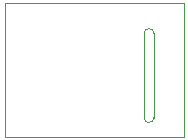
<source format=gko>
G04 Layer_Color=16711935*
%FSLAX25Y25*%
%MOIN*%
G70*
G01*
G75*
%ADD49C,0.00394*%
%ADD50C,0.00039*%
D49*
X46516Y6202D02*
G03*
X49784Y6202I1634J0D01*
G01*
X49784Y34285D02*
G03*
X46515Y34285I-1634J0D01*
G01*
X46516Y6202D02*
Y34284D01*
X49784Y6202D02*
Y34284D01*
D50*
X20Y-114D02*
X59744D01*
Y44295D01*
X20D02*
X59744D01*
X20Y-114D02*
Y44295D01*
M02*

</source>
